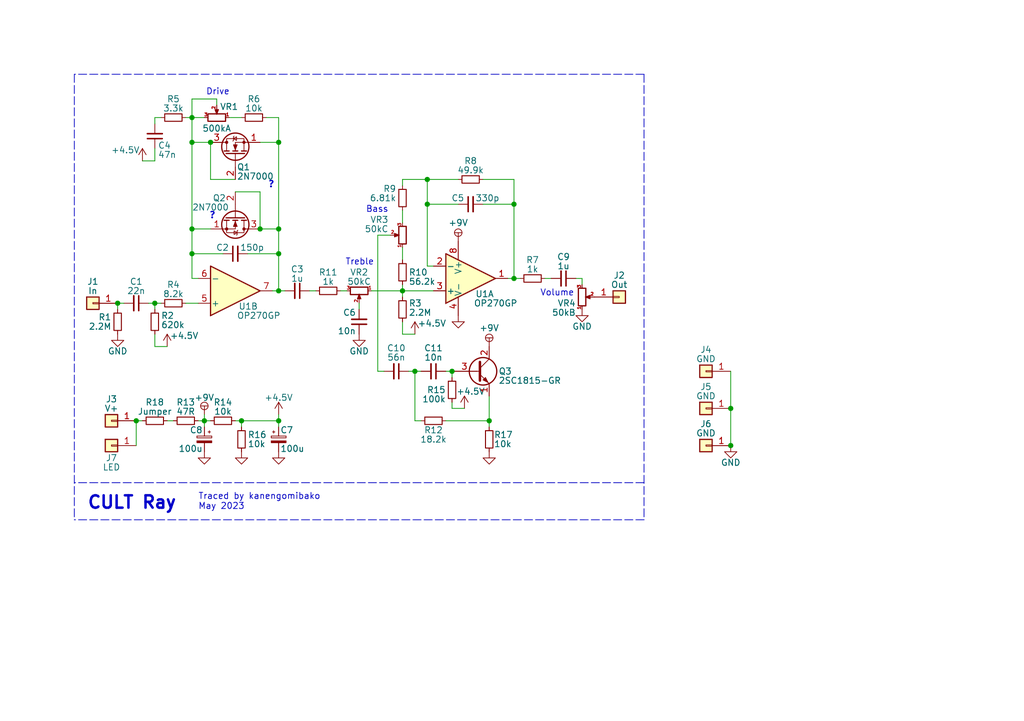
<source format=kicad_sch>
(kicad_sch (version 20230121) (generator eeschema)
  (paper "A5")
  (lib_symbols
    (symbol "Amplifier_Operational:LM358" (pin_names (offset 0.127))
      (property "Reference" "U" (at 0 5.08 0))
      (property "Value" "LM358" (at 0 -5.08 0))
      (symbol "LM358_1_1"
        (polyline (pts (xy -5.08 5.08) (xy 5.08 0) (xy -5.08 -5.08) (xy -5.08 5.08)) (stroke (width 0.254)) (fill (type background)))
        (pin output line (at 7.62 0 180) (length 2.54) (name "~") (number "1"))
        (pin input line (at -7.62 -2.54 0) (length 2.54) (name "-") (number "2"))
        (pin input line (at -7.62 2.54 0) (length 2.54) (name "+") (number "3"))
      )
      (symbol "LM358_2_1"
        (polyline (pts (xy -5.08 5.08) (xy 5.08 0) (xy -5.08 -5.08) (xy -5.08 5.08)) (stroke (width 0.254)) (fill (type background)))
        (pin input line (at -7.62 2.54 0) (length 2.54) (name "+") (number "5"))
        (pin input line (at -7.62 -2.54 0) (length 2.54) (name "-") (number "6"))
        (pin output line (at 7.62 0 180) (length 2.54) (name "~") (number "7"))
      )
      (symbol "LM358_3_1"
        (pin power_in line (at -2.54 -7.62 90) (length 3.81) (name "V-") (number "4"))
        (pin power_in line (at -2.54 7.62 270) (length 3.81) (name "V+") (number "8"))
      )
    )
    (symbol "Connector_Generic:Conn_01x01" (pin_names (offset 1.016) hide)
      (property "Reference" "J" (at 0 2.54 0))
      (property "Value" "Conn_01x01" (at 0 -2.54 0))
      (symbol "Conn_01x01_1_1"
        (rectangle (start -1.27 0.127) (end 0 -0.127) (stroke (width 0.1524)))
        (rectangle (start -1.27 1.27) (end 1.27 -1.27) (stroke (width 0.254)) (fill (type background)))
        (pin passive line (at -5.08 0 0) (length 3.81) (name "Pin_1") (number "1"))
      )
    )
    (symbol "Device:C_Polarized_Small" (pin_numbers hide) (pin_names (offset 0.254) hide)
      (property "Reference" "C" (at 0.254 1.778 0))
      (property "Value" "C_Polarized_Small" (at 0.254 -2.032 0))
      (symbol "C_Polarized_Small_0_1"
        (rectangle (start -1.524 -0.3048) (end 1.524 -0.6858) (fill (type outline)))
        (rectangle (start -1.524 0.6858) (end 1.524 0.3048))
        (polyline (pts (xy -1.27 1.524) (xy -0.762 1.524)))
        (polyline (pts (xy -1.016 1.27) (xy -1.016 1.778)))
      )
      (symbol "C_Polarized_Small_1_1"
        (pin passive line (at 0 2.54 270) (length 1.8542) (name "~") (number "1"))
        (pin passive line (at 0 -2.54 90) (length 1.8542) (name "~") (number "2"))
      )
    )
    (symbol "Device:C_Small" (pin_numbers hide) (pin_names (offset 0.254) hide)
      (property "Reference" "C" (at 0.254 1.778 0))
      (property "Value" "C_Small" (at 0.254 -2.032 0))
      (symbol "C_Small_0_1"
        (polyline (pts (xy -1.524 -0.508) (xy 1.524 -0.508)) (stroke (width 0.3302)))
        (polyline (pts (xy -1.524 0.508) (xy 1.524 0.508)) (stroke (width 0.3048)))
      )
      (symbol "C_Small_1_1"
        (pin passive line (at 0 2.54 270) (length 2.032) (name "~") (number "1"))
        (pin passive line (at 0 -2.54 90) (length 2.032) (name "~") (number "2"))
      )
    )
    (symbol "Device:R_Potentiometer_Small" (pin_names (offset 1.016) hide)
      (property "Reference" "RV" (at -4.445 0 90))
      (property "Value" "R_Potentiometer_Small" (at -2.54 0 90))
      (symbol "R_Potentiometer_Small_0_1"
        (polyline (pts (xy 0.889 0) (xy 0.635 0) (xy 1.651 0.381) (xy 1.651 -0.381) (xy 0.635 0) (xy 0.889 0)) (fill (type outline)))
        (rectangle (start 0.762 1.8034) (end -0.762 -1.8034) (stroke (width 0.254)))
      )
      (symbol "R_Potentiometer_Small_1_1"
        (pin passive line (at 0 2.54 270) (length 0.635) (name "1") (number "1"))
        (pin passive line (at 2.54 0 180) (length 0.9906) (name "2") (number "2"))
        (pin passive line (at 0 -2.54 90) (length 0.635) (name "3") (number "3"))
      )
    )
    (symbol "Device:R_Small" (pin_numbers hide) (pin_names (offset 0.254) hide)
      (property "Reference" "R" (at 0.762 0.508 0))
      (property "Value" "R_Small" (at 0.762 -1.016 0))
      (symbol "R_Small_0_1"
        (rectangle (start -0.762 1.778) (end 0.762 -1.778) (stroke (width 0.2032)))
      )
      (symbol "R_Small_1_1"
        (pin passive line (at 0 2.54 270) (length 0.762) (name "~") (number "1"))
        (pin passive line (at 0 -2.54 90) (length 0.762) (name "~") (number "2"))
      )
    )
    (symbol "Transistor_BJT:2SC1815" (pin_names (offset 0) hide)
      (property "Reference" "Q" (at 5.08 1.905 0))
      (property "Value" "2SC1815" (at 5.08 0 0))
      (symbol "2SC1815_0_1"
        (polyline (pts (xy 0 0) (xy 0.508 0)))
        (polyline (pts (xy 0.635 0.635) (xy 2.54 2.54)))
        (polyline (pts (xy 0.635 -0.635) (xy 2.54 -2.54) (xy 2.54 -2.54)))
        (polyline (pts (xy 0.635 1.905) (xy 0.635 -1.905) (xy 0.635 -1.905)) (stroke (width 0.508)))
        (polyline (pts (xy 1.27 -1.778) (xy 1.778 -1.27) (xy 2.286 -2.286) (xy 1.27 -1.778) (xy 1.27 -1.778)) (fill (type outline)))
        (circle (center 1.27 0) (radius 2.8194) (stroke (width 0.254)))
      )
      (symbol "2SC1815_1_1"
        (pin passive line (at 2.54 -5.08 90) (length 2.54) (name "E") (number "1"))
        (pin passive line (at 2.54 5.08 270) (length 2.54) (name "C") (number "2"))
        (pin input line (at -5.08 0 0) (length 5.08) (name "B") (number "3"))
      )
    )
    (symbol "Transistor_FET:2N7000" (pin_names hide)
      (property "Reference" "Q" (at 5.08 1.905 0))
      (property "Value" "2N7000" (at 5.08 0 0))
      (symbol "2N7000_0_1"
        (polyline (pts (xy 0.254 0) (xy -2.54 0)))
        (polyline (pts (xy 0.254 1.905) (xy 0.254 -1.905)) (stroke (width 0.254)))
        (polyline (pts (xy 0.762 -1.27) (xy 0.762 -2.286)) (stroke (width 0.254)))
        (polyline (pts (xy 0.762 0.508) (xy 0.762 -0.508)) (stroke (width 0.254)))
        (polyline (pts (xy 0.762 2.286) (xy 0.762 1.27)) (stroke (width 0.254)))
        (polyline (pts (xy 2.54 2.54) (xy 2.54 1.778)))
        (polyline (pts (xy 2.54 -2.54) (xy 2.54 0) (xy 0.762 0)))
        (polyline (pts (xy 0.762 -1.778) (xy 3.302 -1.778) (xy 3.302 1.778) (xy 0.762 1.778)))
        (polyline (pts (xy 1.016 0) (xy 2.032 0.381) (xy 2.032 -0.381) (xy 1.016 0)) (fill (type outline)))
        (polyline (pts (xy 2.794 0.508) (xy 2.921 0.381) (xy 3.683 0.381) (xy 3.81 0.254)))
        (polyline (pts (xy 3.302 0.381) (xy 2.921 -0.254) (xy 3.683 -0.254) (xy 3.302 0.381)))
        (circle (center 1.651 0) (radius 2.794) (stroke (width 0.254)))
        (circle (center 2.54 -1.778) (radius 0.254) (fill (type outline)))
        (circle (center 2.54 1.778) (radius 0.254) (fill (type outline)))
      )
      (symbol "2N7000_1_1"
        (pin passive line (at 2.54 -5.08 90) (length 2.54) (name "S") (number "1"))
        (pin input line (at -5.08 0 0) (length 2.54) (name "G") (number "2"))
        (pin passive line (at 2.54 5.08 270) (length 2.54) (name "D") (number "3"))
      )
    )
    (symbol "myLib:+4.5V" (power) (pin_names (offset 0))
      (property "Value" "+4.5V" (at 0 3.556 0))
      (symbol "+4.5V_0_1"
        (polyline (pts (xy -0.762 1.27) (xy 0 2.54)))
        (polyline (pts (xy 0 0) (xy 0 2.54)))
        (polyline (pts (xy 0 2.54) (xy 0.762 1.27)))
      )
      (symbol "+4.5V_1_1"
        (pin power_in line (at 0 0 90) (length 0) hide (name "+4.5V") (number "1"))
      )
    )
    (symbol "myLib:+9V" (power) (pin_names (offset 0))
      (property "Value" "+9V" (at 0 3.556 0))
      (symbol "+9V_0_0"
        (polyline (pts (xy -0.762 1.778) (xy 0.762 1.778)))
        (circle (center 0 1.778) (radius 0.7725))
      )
      (symbol "+9V_0_1"
        (polyline (pts (xy 0 0) (xy 0 1.778)))
      )
      (symbol "+9V_1_1"
        (pin power_in line (at 0 0 90) (length 0) hide (name "+9V") (number "1"))
      )
    )
    (symbol "power:GND" (power) (pin_names (offset 0))
      (property "Value" "GND" (at 0 -3.81 0))
      (symbol "GND_0_1"
        (polyline (pts (xy 0 0) (xy 0 -1.27) (xy 1.27 -1.27) (xy 0 -2.54) (xy -1.27 -1.27) (xy 0 -1.27)))
      )
      (symbol "GND_1_1"
        (pin power_in line (at 0 0 270) (length 0) hide (name "GND") (number "1"))
      )
    )
  )
  (junction (at 57.15 46.99))
  (junction (at 92.71 76.2))
  (junction (at 105.41 57.15))
  (junction (at 100.33 86.36))
  (junction (at 31.75 62.23))
  (junction (at 41.91 86.36))
  (junction (at 82.55 59.69))
  (junction (at 85.09 76.2))
  (junction (at 53.34 46.99))
  (junction (at 39.37 29.21))
  (junction (at 57.15 86.36))
  (junction (at 39.37 24.13))
  (junction (at 149.86 83.82))
  (junction (at 49.53 86.36))
  (junction (at 24.13 62.23))
  (junction (at 87.63 41.91))
  (junction (at 27.94 86.36))
  (junction (at 105.41 41.91))
  (junction (at 57.15 59.69))
  (junction (at 57.15 52.07))
  (junction (at 39.37 46.99))
  (junction (at 87.63 36.83))
  (junction (at 43.18 29.21))
  (junction (at 149.86 91.44))
  (junction (at 57.15 29.21))
  (junction (at 39.37 52.07))
  (wire (pts (xy 48.26 36.83) (xy 43.18 36.83)))
  (wire (pts (xy 100.33 86.36) (xy 91.44 86.36)))
  (wire (pts (xy 82.55 43.18) (xy 82.55 45.72)))
  (wire (pts (xy 31.75 71.12) (xy 34.29 71.12)))
  (wire (pts (xy 92.71 82.55) (xy 92.71 83.82)))
  (wire (pts (xy 118.11 57.15) (xy 119.38 57.15)))
  (wire (pts (xy 82.55 38.1) (xy 82.55 36.83)))
  (wire (pts (xy 41.91 86.36) (xy 43.18 86.36)))
  (wire (pts (xy 100.33 86.36) (xy 100.33 87.63)))
  (wire (pts (xy 86.36 86.36) (xy 85.09 86.36)))
  (wire (pts (xy 31.75 62.23) (xy 33.02 62.23)))
  (wire (pts (xy 77.47 48.26) (xy 77.47 76.2)))
  (wire (pts (xy 82.55 58.42) (xy 82.55 59.69)))
  (wire (pts (xy 40.64 86.36) (xy 41.91 86.36)))
  (wire (pts (xy 39.37 52.07) (xy 39.37 57.15)))
  (polyline (pts (xy 132.08 106.68) (xy 15.24 106.68)) (stroke (width 0) (type dash)))
  (polyline (pts (xy 132.08 15.24) (xy 15.24 15.24)) (stroke (width 0) (type dash)))
  (wire (pts (xy 57.15 52.07) (xy 57.15 59.69)))
  (wire (pts (xy 31.75 24.13) (xy 33.02 24.13)))
  (wire (pts (xy 44.45 21.59) (xy 44.45 20.32)))
  (wire (pts (xy 27.94 86.36) (xy 27.94 91.44)))
  (wire (pts (xy 105.41 41.91) (xy 105.41 57.15)))
  (wire (pts (xy 49.53 86.36) (xy 49.53 87.63)))
  (wire (pts (xy 39.37 46.99) (xy 43.18 46.99)))
  (wire (pts (xy 57.15 24.13) (xy 57.15 29.21)))
  (wire (pts (xy 48.26 86.36) (xy 49.53 86.36)))
  (wire (pts (xy 31.75 68.58) (xy 31.75 71.12)))
  (wire (pts (xy 48.26 39.37) (xy 53.34 39.37)))
  (wire (pts (xy 77.47 76.2) (xy 78.74 76.2)))
  (wire (pts (xy 95.25 83.82) (xy 92.71 83.82)))
  (wire (pts (xy 43.18 29.21) (xy 43.18 36.83)))
  (wire (pts (xy 39.37 52.07) (xy 45.72 52.07)))
  (wire (pts (xy 39.37 20.32) (xy 39.37 24.13)))
  (wire (pts (xy 92.71 76.2) (xy 91.44 76.2)))
  (wire (pts (xy 24.13 62.23) (xy 25.4 62.23)))
  (wire (pts (xy 39.37 24.13) (xy 39.37 29.21)))
  (wire (pts (xy 119.38 57.15) (xy 119.38 58.42)))
  (wire (pts (xy 63.5 59.69) (xy 64.77 59.69)))
  (wire (pts (xy 82.55 50.8) (xy 82.55 53.34)))
  (wire (pts (xy 55.88 59.69) (xy 57.15 59.69)))
  (wire (pts (xy 50.8 52.07) (xy 57.15 52.07)))
  (wire (pts (xy 149.86 83.82) (xy 149.86 91.44)))
  (wire (pts (xy 38.1 24.13) (xy 39.37 24.13)))
  (wire (pts (xy 46.99 24.13) (xy 49.53 24.13)))
  (polyline (pts (xy 132.08 99.06) (xy 15.24 99.06)) (stroke (width 0) (type dash)))
  (wire (pts (xy 53.34 29.21) (xy 57.15 29.21)))
  (wire (pts (xy 82.55 36.83) (xy 87.63 36.83)))
  (wire (pts (xy 105.41 36.83) (xy 105.41 41.91)))
  (wire (pts (xy 29.21 86.36) (xy 27.94 86.36)))
  (wire (pts (xy 73.66 62.23) (xy 73.66 63.5)))
  (wire (pts (xy 87.63 36.83) (xy 87.63 41.91)))
  (wire (pts (xy 99.06 36.83) (xy 105.41 36.83)))
  (wire (pts (xy 41.91 86.36) (xy 41.91 87.63)))
  (wire (pts (xy 44.45 20.32) (xy 39.37 20.32)))
  (wire (pts (xy 105.41 57.15) (xy 106.68 57.15)))
  (wire (pts (xy 87.63 54.61) (xy 87.63 41.91)))
  (wire (pts (xy 57.15 29.21) (xy 57.15 46.99)))
  (wire (pts (xy 104.14 57.15) (xy 105.41 57.15)))
  (wire (pts (xy 69.85 59.69) (xy 71.12 59.69)))
  (wire (pts (xy 88.9 54.61) (xy 87.63 54.61)))
  (wire (pts (xy 87.63 41.91) (xy 93.98 41.91)))
  (wire (pts (xy 40.64 57.15) (xy 39.37 57.15)))
  (wire (pts (xy 38.1 62.23) (xy 40.64 62.23)))
  (wire (pts (xy 77.47 48.26) (xy 80.01 48.26)))
  (wire (pts (xy 53.34 46.99) (xy 57.15 46.99)))
  (wire (pts (xy 57.15 46.99) (xy 57.15 52.07)))
  (wire (pts (xy 82.55 68.58) (xy 85.09 68.58)))
  (wire (pts (xy 41.91 85.09) (xy 41.91 86.36)))
  (wire (pts (xy 82.55 59.69) (xy 82.55 60.96)))
  (wire (pts (xy 85.09 86.36) (xy 85.09 76.2)))
  (wire (pts (xy 100.33 81.28) (xy 100.33 86.36)))
  (wire (pts (xy 49.53 86.36) (xy 57.15 86.36)))
  (wire (pts (xy 111.76 57.15) (xy 113.03 57.15)))
  (wire (pts (xy 93.98 36.83) (xy 87.63 36.83)))
  (wire (pts (xy 39.37 46.99) (xy 39.37 52.07)))
  (wire (pts (xy 31.75 25.4) (xy 31.75 24.13)))
  (wire (pts (xy 31.75 30.48) (xy 31.75 33.02)))
  (wire (pts (xy 39.37 29.21) (xy 39.37 46.99)))
  (wire (pts (xy 85.09 76.2) (xy 86.36 76.2)))
  (polyline (pts (xy 132.08 15.24) (xy 132.08 106.68)) (stroke (width 0) (type dash)))
  (wire (pts (xy 29.21 33.02) (xy 31.75 33.02)))
  (polyline (pts (xy 15.24 15.24) (xy 15.24 106.68)) (stroke (width 0) (type dash)))
  (wire (pts (xy 76.2 59.69) (xy 82.55 59.69)))
  (wire (pts (xy 85.09 76.2) (xy 83.82 76.2)))
  (wire (pts (xy 57.15 86.36) (xy 57.15 87.63)))
  (wire (pts (xy 34.29 86.36) (xy 35.56 86.36)))
  (wire (pts (xy 24.13 62.23) (xy 24.13 63.5)))
  (wire (pts (xy 82.55 59.69) (xy 88.9 59.69)))
  (wire (pts (xy 149.86 76.2) (xy 149.86 83.82)))
  (wire (pts (xy 57.15 85.09) (xy 57.15 86.36)))
  (wire (pts (xy 92.71 76.2) (xy 92.71 77.47)))
  (wire (pts (xy 39.37 29.21) (xy 43.18 29.21)))
  (wire (pts (xy 82.55 66.04) (xy 82.55 68.58)))
  (wire (pts (xy 99.06 41.91) (xy 105.41 41.91)))
  (wire (pts (xy 39.37 24.13) (xy 41.91 24.13)))
  (wire (pts (xy 30.48 62.23) (xy 31.75 62.23)))
  (wire (pts (xy 54.61 24.13) (xy 57.15 24.13)))
  (wire (pts (xy 53.34 39.37) (xy 53.34 46.99)))
  (wire (pts (xy 57.15 59.69) (xy 58.42 59.69)))
  (wire (pts (xy 31.75 63.5) (xy 31.75 62.23)))
  (text "Treble" (at 70.8025 54.61 0) (effects (font (size 1.27 1.27)) (justify left bottom)))
  (text "?" (at 54.9275 38.735 0) (effects (font (size 1.27 1.27) (thickness 0.254) bold) (justify left bottom)))
  (text "CULT Ray" (at 17.78 104.775 0) (effects (font (size 2.54 2.54) (thickness 0.508) bold) (justify left bottom)))
  (text "Bass" (at 79.6925 43.815 0) (effects (font (size 1.27 1.27)) (justify right bottom)))
  (text "Traced by kanengomibako\nMay 2023" (at 40.64 104.775 0) (effects (font (size 1.27 1.27)) (justify left bottom)))
  (text "Drive" (at 42.2275 19.685 0) (effects (font (size 1.27 1.27)) (justify left bottom)))
  (text "Volume" (at 117.7925 60.96 0) (effects (font (size 1.27 1.27)) (justify right bottom)))
  (text "?" (at 42.8625 45.085 0) (effects (font (size 1.27 1.27) (thickness 0.254) bold) (justify left bottom)))
  (symbol (lib_id "Connector_Generic:Conn_01x01") (at 144.78 76.2 180) (unit 1)
    (property "Reference" "J4" (at 144.78 71.755 0))
    (property "Value" "GND" (at 144.78 73.66 0))
    (property "Footprint" "myFoot:my_SmallPad_0-8mmDrill" (effects hide))
  )
  (symbol (lib_id "Transistor_FET:2N7000") (at 48.26 44.45 270) (unit 1)
    (property "Reference" "Q2" (at 46.355 40.64 90) (effects (justify right)))
    (property "Value" "2N7000" (at 46.99 42.545 90) (effects (justify right)))
    (property "Footprint" "Package_TO_SOT_THT:TO-92_Inline_Wide" (effects hide))
  )
  (symbol (lib_id "power:GND") (at 93.98 64.77 0) (unit 1)
    (property "Reference" "#PWR018" (effects hide))
    (property "Value" "GND" (effects hide))
  )
  (symbol (lib_id "Device:R_Small") (at 49.53 90.17 180) (unit 1)
    (property "Reference" "R16" (at 50.8 89.2175 0) (effects (justify right)))
    (property "Value" "10k" (at 50.8 91.1225 0) (effects (justify right)))
    (property "Footprint" "myFoot:my_R_P11mm" (effects hide))
    (property "実測値" "9.77k" (effects hide))
  )
  (symbol (lib_id "Device:R_Small") (at 31.75 86.36 90) (unit 1)
    (property "Reference" "R18" (at 31.75 82.55 90))
    (property "Value" "Jumper" (at 31.75 84.455 90))
    (property "Footprint" "Resistor_THT:R_Axial_DIN0204_L3.6mm_D1.6mm_P7.62mm_Horizontal" (effects hide))
  )
  (symbol (lib_id "Device:R_Small") (at 52.07 24.13 270) (unit 1)
    (property "Reference" "R6" (at 52.07 20.32 90))
    (property "Value" "10k" (at 52.07 22.225 90))
    (property "Footprint" "myFoot:my_R_P11mm" (effects hide))
    (property "実測値" "9.45k" (effects hide))
  )
  (symbol (lib_id "Device:R_Small") (at 109.22 57.15 90) (unit 1)
    (property "Reference" "R7" (at 109.22 53.34 90))
    (property "Value" "1k" (at 109.22 55.245 90))
    (property "Footprint" "myFoot:my_R_P11mm" (effects hide))
    (property "実測値" "0.921k" (effects hide))
  )
  (symbol (lib_id "Device:R_Small") (at 82.55 63.5 180) (unit 1)
    (property "Reference" "R3" (at 83.82 62.23 0) (effects (justify right)))
    (property "Value" "2.2M" (at 83.82 64.135 0) (effects (justify right)))
    (property "Footprint" "myFoot:my_R_P11mm" (effects hide))
    (property "実測値" "2.13M" (effects hide))
  )
  (symbol (lib_id "Transistor_BJT:2SC1815") (at 97.79 76.2 0) (unit 1)
    (property "Reference" "Q3" (at 102.235 76.2 0) (effects (justify left)))
    (property "Value" "2SC1815-GR" (at 102.235 78.105 0) (effects (justify left)))
    (property "Footprint" "Package_TO_SOT_THT:TO-92_Inline_Wide" (effects hide))
    (property "実測値" "UTC" (effects hide))
  )
  (symbol (lib_id "Amplifier_Operational:LM358") (at 48.26 59.69 0) (mirror x) (unit 2)
    (property "Reference" "U1" (at 48.895 62.865 0) (effects (justify left)))
    (property "Value" "OP270GP" (at 48.5775 64.77 0) (effects (justify left)))
    (property "Footprint" "Package_DIP:DIP-8_W7.62mm_Socket" (effects hide))
  )
  (symbol (lib_id "Connector_Generic:Conn_01x01") (at 22.86 86.36 180) (unit 1)
    (property "Reference" "J3" (at 22.86 81.915 0))
    (property "Value" "V+" (at 22.86 83.82 0))
    (property "Footprint" "myFoot:my_SmallPad_0-8mmDrill" (effects hide))
  )
  (symbol (lib_id "Device:R_Small") (at 45.72 86.36 90) (unit 1)
    (property "Reference" "R14" (at 45.72 82.55 90))
    (property "Value" "10k" (at 45.72 84.455 90))
    (property "Footprint" "myFoot:my_R_P11mm" (effects hide))
    (property "実測値" "9.24k" (effects hide))
  )
  (symbol (lib_id "Device:C_Small") (at 60.96 59.69 270) (unit 1)
    (property "Reference" "C3" (at 60.96 55.245 90))
    (property "Value" "1u" (at 60.96 57.15 90))
    (property "Footprint" "myFoot:my_C_P19mm" (effects hide))
    (property "実測値" "1.01u" (effects hide))
  )
  (symbol (lib_id "Device:C_Small") (at 88.9 76.2 270) (mirror x) (unit 1)
    (property "Reference" "C11" (at 88.9 71.4375 90))
    (property "Value" "10n" (at 88.9 73.3425 90))
    (property "Footprint" "myFoot:my_C_Rect1_P5.00mm" (effects hide))
    (property "実測値" "10.1n" (effects hide))
  )
  (symbol (lib_id "Device:R_Small") (at 24.13 66.04 180) (unit 1)
    (property "Reference" "R1" (at 22.86 65.0875 0) (effects (justify left)))
    (property "Value" "2.2M" (at 22.86 66.9925 0) (effects (justify left)))
    (property "Footprint" "myFoot:my_R_P11mm" (effects hide))
    (property "実測値" "2.19M" (effects hide))
  )
  (symbol (lib_id "Device:C_Small") (at 96.52 41.91 90) (unit 1)
    (property "Reference" "C5" (at 95.25 40.64 90) (effects (justify left)))
    (property "Value" "330p" (at 97.4725 40.64 90) (effects (justify right)))
    (property "Footprint" "myFoot:my_C_Rect1_P5.00mm" (effects hide))
    (property "実測値" "322p" (effects hide))
  )
  (symbol (lib_id "Device:R_Small") (at 35.56 62.23 90) (unit 1)
    (property "Reference" "R4" (at 35.56 58.42 90))
    (property "Value" "8.2k" (at 35.56 60.325 90))
    (property "Footprint" "myFoot:my_R_P11mm" (effects hide))
    (property "実測値" "8.27k" (effects hide))
  )
  (symbol (lib_id "myLib:+4.5V") (at 34.29 71.12 0) (unit 1)
    (property "Reference" "#PWR012" (effects hide))
    (property "Value" "+4.5V" (at 37.7825 68.8975 0))
  )
  (symbol (lib_id "Device:C_Polarized_Small") (at 57.15 90.17 0) (unit 1)
    (property "Reference" "C7" (at 57.4675 88.265 0) (effects (justify left)))
    (property "Value" "100u" (at 57.4675 92.075 0) (effects (justify left)))
    (property "Footprint" "Capacitor_THT:CP_Axial_L11.0mm_D6.0mm_P18.00mm_Horizontal" (effects hide))
    (property "実測値" "103u" (effects hide))
  )
  (symbol (lib_id "power:GND") (at 149.86 91.44 0) (unit 1)
    (property "Reference" "#PWR011" (effects hide))
    (property "Value" "GND" (at 149.86 94.9325 0))
  )
  (symbol (lib_id "Device:R_Small") (at 92.71 80.01 0) (mirror x) (unit 1)
    (property "Reference" "R15" (at 91.44 80.01 0) (effects (justify right)))
    (property "Value" "100k" (at 91.44 81.915 0) (effects (justify right)))
    (property "Footprint" "myFoot:my_R_P11mm" (effects hide))
    (property "実測値" "93.5k" (effects hide))
  )
  (symbol (lib_id "power:GND") (at 119.38 63.5 0) (unit 1)
    (property "Reference" "#PWR01" (effects hide))
    (property "Value" "GND" (at 119.38 66.9925 0))
  )
  (symbol (lib_id "myLib:+4.5V") (at 57.15 85.09 0) (unit 1)
    (property "Reference" "#PWR03" (effects hide))
    (property "Value" "+4.5V" (at 57.15 81.5975 0))
  )
  (symbol (lib_id "myLib:+4.5V") (at 85.09 68.58 0) (mirror y) (unit 1)
    (property "Reference" "#PWR019" (effects hide))
    (property "Value" "+4.5V" (at 88.5825 66.3575 0))
  )
  (symbol (lib_id "power:GND") (at 73.66 68.58 0) (unit 1)
    (property "Reference" "#PWR014" (effects hide))
    (property "Value" "GND" (at 73.66 72.0725 0))
  )
  (symbol (lib_id "Amplifier_Operational:LM358") (at 96.52 57.15 0) (unit 3)
    (property "Reference" "U1" (effects hide))
    (property "Value" "OP270GP" (effects hide))
    (property "Footprint" "Package_DIP:DIP-8_W7.62mm_Socket" (effects hide))
  )
  (symbol (lib_id "Device:R_Small") (at 82.55 40.64 180) (unit 1)
    (property "Reference" "R9" (at 81.28 38.735 0) (effects (justify left)))
    (property "Value" "6.81k" (at 81.28 40.64 0) (effects (justify left)))
    (property "Footprint" "myFoot:my_R_P11mm" (effects hide))
    (property "実測値" "6.79k" (effects hide))
  )
  (symbol (lib_id "Device:R_Small") (at 100.33 90.17 0) (mirror x) (unit 1)
    (property "Reference" "R17" (at 101.2825 89.2175 0) (effects (justify left)))
    (property "Value" "10k" (at 101.2825 91.1225 0) (effects (justify left)))
    (property "Footprint" "myFoot:my_R_P11mm" (effects hide))
    (property "実測値" "10.0k" (effects hide))
  )
  (symbol (lib_id "Connector_Generic:Conn_01x01") (at 22.86 91.44 180) (unit 1)
    (property "Reference" "J7" (at 22.86 93.98 0))
    (property "Value" "LED" (at 22.86 95.885 0))
    (property "Footprint" "myFoot:my_SmallPad_0-8mmDrill" (effects hide))
  )
  (symbol (lib_id "Device:R_Potentiometer_Small") (at 119.38 60.96 0) (mirror x) (unit 1)
    (property "Reference" "VR4" (at 118.11 62.23 0) (effects (justify right)))
    (property "Value" "50kB" (at 118.11 64.135 0) (effects (justify right)))
    (property "Footprint" "myFoot:my_pot" (effects hide))
  )
  (symbol (lib_id "Device:C_Small") (at 115.57 57.15 270) (unit 1)
    (property "Reference" "C9" (at 115.57 52.705 90))
    (property "Value" "1u" (at 115.57 54.61 90))
    (property "Footprint" "myFoot:my_C_P19mm" (effects hide))
    (property "実測値" "1.01u" (effects hide))
  )
  (symbol (lib_id "power:GND") (at 41.91 92.71 0) (unit 1)
    (property "Reference" "#PWR09" (effects hide))
    (property "Value" "GND" (effects hide))
  )
  (symbol (lib_id "Device:R_Potentiometer_Small") (at 82.55 48.26 180) (unit 1)
    (property "Reference" "VR3" (at 79.6925 45.085 0) (effects (justify left)))
    (property "Value" "50kC" (at 79.6925 46.99 0) (effects (justify left)))
    (property "Footprint" "myFoot:my_pot" (effects hide))
  )
  (symbol (lib_id "Device:R_Potentiometer_Small") (at 44.45 24.13 270) (mirror x) (unit 1)
    (property "Reference" "VR1" (at 46.99 21.9075 90))
    (property "Value" "500kA" (at 44.45 26.3525 90))
    (property "Footprint" "myFoot:my_pot" (effects hide))
  )
  (symbol (lib_id "Device:R_Small") (at 31.75 66.04 180) (unit 1)
    (property "Reference" "R2" (at 33.02 64.77 0) (effects (justify right)))
    (property "Value" "620k" (at 33.02 66.675 0) (effects (justify right)))
    (property "Footprint" "myFoot:my_R_P11mm" (effects hide))
    (property "実測値" "601k" (effects hide))
  )
  (symbol (lib_id "Device:C_Polarized_Small") (at 41.91 90.17 0) (mirror y) (unit 1)
    (property "Reference" "C8" (at 41.5925 88.265 0) (effects (justify left)))
    (property "Value" "100u" (at 41.5925 92.075 0) (effects (justify left)))
    (property "Footprint" "Capacitor_THT:CP_Axial_L11.0mm_D6.0mm_P18.00mm_Horizontal" (effects hide))
    (property "実測値" "104u" (effects hide))
  )
  (symbol (lib_id "Connector_Generic:Conn_01x01") (at 144.78 83.82 180) (unit 1)
    (property "Reference" "J5" (at 144.78 79.375 0))
    (property "Value" "GND" (at 144.78 81.28 0))
    (property "Footprint" "myFoot:my_SmallPad_0-8mmDrill" (effects hide))
  )
  (symbol (lib_id "myLib:+4.5V") (at 29.21 33.02 0) (mirror y) (unit 1)
    (property "Reference" "#PWR013" (effects hide))
    (property "Value" "+4.5V" (at 25.7175 30.7975 0))
  )
  (symbol (lib_id "Device:C_Small") (at 27.94 62.23 270) (unit 1)
    (property "Reference" "C1" (at 27.94 57.785 90))
    (property "Value" "22n" (at 27.94 59.69 90))
    (property "Footprint" "myFoot:my_C_P19mm" (effects hide))
    (property "実測値" "21.7n" (effects hide))
  )
  (symbol (lib_id "Device:R_Small") (at 96.52 36.83 90) (unit 1)
    (property "Reference" "R8" (at 96.52 33.02 90))
    (property "Value" "49.9k" (at 96.52 34.925 90))
    (property "Footprint" "myFoot:my_R_P11mm" (effects hide))
    (property "実測値" "49.6k" (effects hide))
  )
  (symbol (lib_id "myLib:+4.5V") (at 95.25 83.82 0) (unit 1)
    (property "Reference" "#PWR016" (effects hide))
    (property "Value" "+4.5V" (at 96.52 80.3275 0))
  )
  (symbol (lib_id "Amplifier_Operational:LM358") (at 96.52 57.15 0) (mirror x) (unit 1)
    (property "Reference" "U1" (at 97.4725 60.325 0) (effects (justify left)))
    (property "Value" "OP270GP" (at 97.155 62.23 0) (effects (justify left)))
    (property "Footprint" "Package_DIP:DIP-8_W7.62mm_Socket" (effects hide))
  )
  (symbol (lib_id "Connector_Generic:Conn_01x01") (at 19.05 62.23 180) (unit 1)
    (property "Reference" "J1" (at 19.05 57.785 0))
    (property "Value" "In" (at 19.05 59.69 0))
    (property "Footprint" "myFoot:my_SmallPad_0-8mmDrill" (effects hide))
  )
  (symbol (lib_id "Device:R_Small") (at 35.56 24.13 90) (unit 1)
    (property "Reference" "R5" (at 35.56 20.32 90))
    (property "Value" "3.3k" (at 35.56 22.225 90))
    (property "Footprint" "myFoot:my_R_P11mm" (effects hide))
    (property "実測値" "3.32k" (effects hide))
  )
  (symbol (lib_id "Connector_Generic:Conn_01x01") (at 127 60.96 0) (unit 1)
    (property "Reference" "J2" (at 127 56.515 0))
    (property "Value" "Out" (at 127 58.42 0))
    (property "Footprint" "myFoot:my_SmallPad_0-8mmDrill" (effects hide))
  )
  (symbol (lib_id "Device:R_Potentiometer_Small") (at 73.66 59.69 270) (unit 1)
    (property "Reference" "VR2" (at 73.66 55.88 90))
    (property "Value" "50kC" (at 73.66 57.785 90))
    (property "Footprint" "myFoot:my_pot" (effects hide))
  )
  (symbol (lib_id "power:GND") (at 24.13 68.58 0) (unit 1)
    (property "Reference" "#PWR02" (effects hide))
    (property "Value" "GND" (at 24.13 72.0725 0))
  )
  (symbol (lib_id "Device:C_Small") (at 31.75 27.94 180) (unit 1)
    (property "Reference" "C4" (at 32.385 29.845 0) (effects (justify right)))
    (property "Value" "47n" (at 32.385 31.75 0) (effects (justify right)))
    (property "Footprint" "myFoot:my_C_Rect1_P5.00mm" (effects hide))
    (property "実測値" "47.6n" (effects hide))
  )
  (symbol (lib_id "Device:R_Small") (at 82.55 55.88 180) (unit 1)
    (property "Reference" "R10" (at 83.82 55.88 0) (effects (justify right)))
    (property "Value" "56.2k" (at 83.82 57.785 0) (effects (justify right)))
    (property "Footprint" "myFoot:my_R_P11mm" (effects hide))
    (property "実測値" "55.8k" (effects hide))
  )
  (symbol (lib_id "power:GND") (at 100.33 92.71 0) (mirror y) (unit 1)
    (property "Reference" "#PWR017" (effects hide))
    (property "Value" "GND" (effects hide))
  )
  (symbol (lib_id "Transistor_FET:2N7000") (at 48.26 31.75 90) (unit 1)
    (property "Reference" "Q1" (at 48.5775 34.29 90) (effects (justify right)))
    (property "Value" "2N7000" (at 48.5775 36.195 90) (effects (justify right)))
    (property "Footprint" "Package_TO_SOT_THT:TO-92_Inline_Wide" (effects hide))
  )
  (symbol (lib_id "myLib:+9V") (at 100.33 71.12 0) (mirror y) (unit 1)
    (property "Reference" "#PWR015" (effects hide))
    (property "Value" "+9V" (at 100.33 67.31 0))
  )
  (symbol (lib_id "myLib:+9V") (at 41.91 85.09 0) (unit 1)
    (property "Reference" "#PWR020" (effects hide))
    (property "Value" "+9V" (at 41.91 81.5975 0))
  )
  (symbol (lib_id "Device:R_Small") (at 67.31 59.69 90) (unit 1)
    (property "Reference" "R11" (at 67.31 55.88 90))
    (property "Value" "1k" (at 67.31 57.785 90))
    (property "Footprint" "myFoot:my_R_P11mm" (effects hide))
    (property "実測値" "0.928k" (effects hide))
  )
  (symbol (lib_id "Device:R_Small") (at 88.9 86.36 90) (mirror x) (unit 1)
    (property "Reference" "R12" (at 88.9 88.265 90))
    (property "Value" "18.2k" (at 88.9 90.17 90))
    (property "Footprint" "myFoot:my_R_P11mm" (effects hide))
    (property "実測値" "18.1k" (effects hide))
  )
  (symbol (lib_id "Device:C_Small") (at 81.28 76.2 270) (mirror x) (unit 1)
    (property "Reference" "C10" (at 81.28 71.4375 90))
    (property "Value" "56n" (at 81.28 73.3425 90))
    (property "Footprint" "myFoot:my_C_Rect1_P5.00mm" (effects hide))
    (property "実測値" "56.2n" (effects hide))
  )
  (symbol (lib_id "Device:R_Small") (at 38.1 86.36 90) (unit 1)
    (property "Reference" "R13" (at 38.1 82.55 90))
    (property "Value" "47R" (at 38.1 84.455 90))
    (property "Footprint" "myFoot:my_R_P11mm" (effects hide))
    (property "実測値" "48.0R" (effects hide))
  )
  (symbol (lib_id "Device:C_Small") (at 48.26 52.07 90) (unit 1)
    (property "Reference" "C2" (at 46.99 50.8 90) (effects (justify left)))
    (property "Value" "150p" (at 49.2125 50.8 90) (effects (justify right)))
    (property "Footprint" "myFoot:my_C_Rect1_P5.00mm" (effects hide))
    (property "実測値" "152p" (effects hide))
  )
  (symbol (lib_id "Device:C_Small") (at 73.66 66.04 180) (unit 1)
    (property "Reference" "C6" (at 73.025 64.135 0) (effects (justify left)))
    (property "Value" "10n" (at 73.025 67.945 0) (effects (justify left)))
    (property "Footprint" "myFoot:my_C_Rect1_P5.00mm" (effects hide))
    (property "実測値" "10.2n" (effects hide))
  )
  (symbol (lib_id "myLib:+9V") (at 93.98 49.53 0) (unit 1)
    (property "Reference" "#PWR05" (effects hide))
    (property "Value" "+9V" (at 93.98 45.72 0))
  )
  (symbol (lib_id "Connector_Generic:Conn_01x01") (at 144.78 91.44 180) (unit 1)
    (property "Reference" "J6" (at 144.78 86.995 0))
    (property "Value" "GND" (at 144.78 88.9 0))
    (property "Footprint" "myFoot:my_SmallPad_0-8mmDrill" (effects hide))
  )
  (symbol (lib_id "power:GND") (at 57.15 92.71 0) (unit 1)
    (property "Reference" "#PWR07" (effects hide))
    (property "Value" "GND" (effects hide))
  )
  (symbol (lib_id "power:GND") (at 49.53 92.71 0) (unit 1)
    (property "Reference" "#PWR08" (effects hide))
    (property "Value" "GND" (effects hide))
  )
)
</source>
